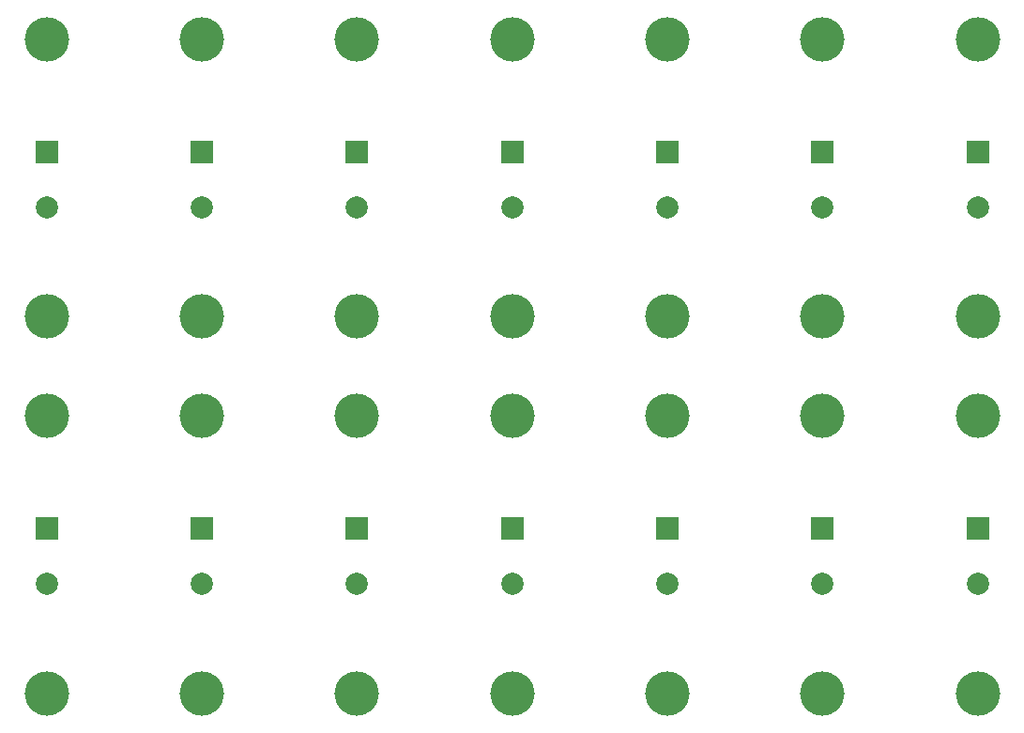
<source format=gbr>
%TF.GenerationSoftware,KiCad,Pcbnew,8.0.2*%
%TF.CreationDate,2024-06-26T22:57:20+07:00*%
%TF.ProjectId,Capacitor_Electrolyte_1000uF_25V_Panel,43617061-6369-4746-9f72-5f456c656374,rev?*%
%TF.SameCoordinates,Original*%
%TF.FileFunction,Soldermask,Bot*%
%TF.FilePolarity,Negative*%
%FSLAX46Y46*%
G04 Gerber Fmt 4.6, Leading zero omitted, Abs format (unit mm)*
G04 Created by KiCad (PCBNEW 8.0.2) date 2024-06-26 22:57:20*
%MOMM*%
%LPD*%
G01*
G04 APERTURE LIST*
%ADD10C,4.000000*%
%ADD11R,2.000000X2.000000*%
%ADD12C,2.000000*%
G04 APERTURE END LIST*
D10*
%TO.C,J1*%
X20000000Y-11500500D03*
%TD*%
%TO.C,J2*%
X34000000Y-70500500D03*
%TD*%
%TO.C,J2*%
X20000000Y-36500500D03*
%TD*%
D11*
%TO.C,C1*%
X20000000Y-55632823D03*
D12*
X20000000Y-60632823D03*
%TD*%
D11*
%TO.C,C1*%
X6000000Y-55632823D03*
D12*
X6000000Y-60632823D03*
%TD*%
D11*
%TO.C,C1*%
X76000000Y-55632823D03*
D12*
X76000000Y-60632823D03*
%TD*%
D11*
%TO.C,C1*%
X34000000Y-21632823D03*
D12*
X34000000Y-26632823D03*
%TD*%
D10*
%TO.C,J1*%
X76000000Y-45500500D03*
%TD*%
%TO.C,J1*%
X20000000Y-45500500D03*
%TD*%
%TO.C,J2*%
X48000000Y-36500500D03*
%TD*%
%TO.C,J1*%
X6000000Y-11500500D03*
%TD*%
D11*
%TO.C,C1*%
X90000000Y-55632823D03*
D12*
X90000000Y-60632823D03*
%TD*%
D10*
%TO.C,J1*%
X48000000Y-11500500D03*
%TD*%
%TO.C,J1*%
X76000000Y-11500500D03*
%TD*%
D11*
%TO.C,C1*%
X62000000Y-21632823D03*
D12*
X62000000Y-26632823D03*
%TD*%
D11*
%TO.C,C1*%
X34000000Y-55632823D03*
D12*
X34000000Y-60632823D03*
%TD*%
D11*
%TO.C,C1*%
X48000000Y-21632823D03*
D12*
X48000000Y-26632823D03*
%TD*%
D10*
%TO.C,J2*%
X6000000Y-70500500D03*
%TD*%
D11*
%TO.C,C1*%
X48000000Y-55632823D03*
D12*
X48000000Y-60632823D03*
%TD*%
D11*
%TO.C,C1*%
X90000000Y-21632823D03*
D12*
X90000000Y-26632823D03*
%TD*%
D10*
%TO.C,J1*%
X62000000Y-11500500D03*
%TD*%
%TO.C,J2*%
X62000000Y-36500500D03*
%TD*%
%TO.C,J1*%
X90000000Y-11500500D03*
%TD*%
%TO.C,J1*%
X48000000Y-45500500D03*
%TD*%
%TO.C,J2*%
X90000000Y-70500500D03*
%TD*%
%TO.C,J1*%
X34000000Y-11500500D03*
%TD*%
%TO.C,J1*%
X62000000Y-45500500D03*
%TD*%
%TO.C,J1*%
X90000000Y-45500500D03*
%TD*%
%TO.C,J2*%
X62000000Y-70500500D03*
%TD*%
%TO.C,J2*%
X90000000Y-36500500D03*
%TD*%
D11*
%TO.C,C1*%
X62000000Y-55632823D03*
D12*
X62000000Y-60632823D03*
%TD*%
D11*
%TO.C,C1*%
X76000000Y-21632823D03*
D12*
X76000000Y-26632823D03*
%TD*%
D10*
%TO.C,J2*%
X48000000Y-70500500D03*
%TD*%
D11*
%TO.C,C1*%
X6000000Y-21632823D03*
D12*
X6000000Y-26632823D03*
%TD*%
D10*
%TO.C,J2*%
X20000000Y-70500500D03*
%TD*%
D11*
%TO.C,C1*%
X20000000Y-21632823D03*
D12*
X20000000Y-26632823D03*
%TD*%
D10*
%TO.C,J2*%
X6000000Y-36500500D03*
%TD*%
%TO.C,J2*%
X76000000Y-70500500D03*
%TD*%
%TO.C,J1*%
X6000000Y-45500500D03*
%TD*%
%TO.C,J1*%
X34000000Y-45500500D03*
%TD*%
%TO.C,J2*%
X76000000Y-36500500D03*
%TD*%
%TO.C,J2*%
X34000000Y-36500500D03*
%TD*%
M02*

</source>
